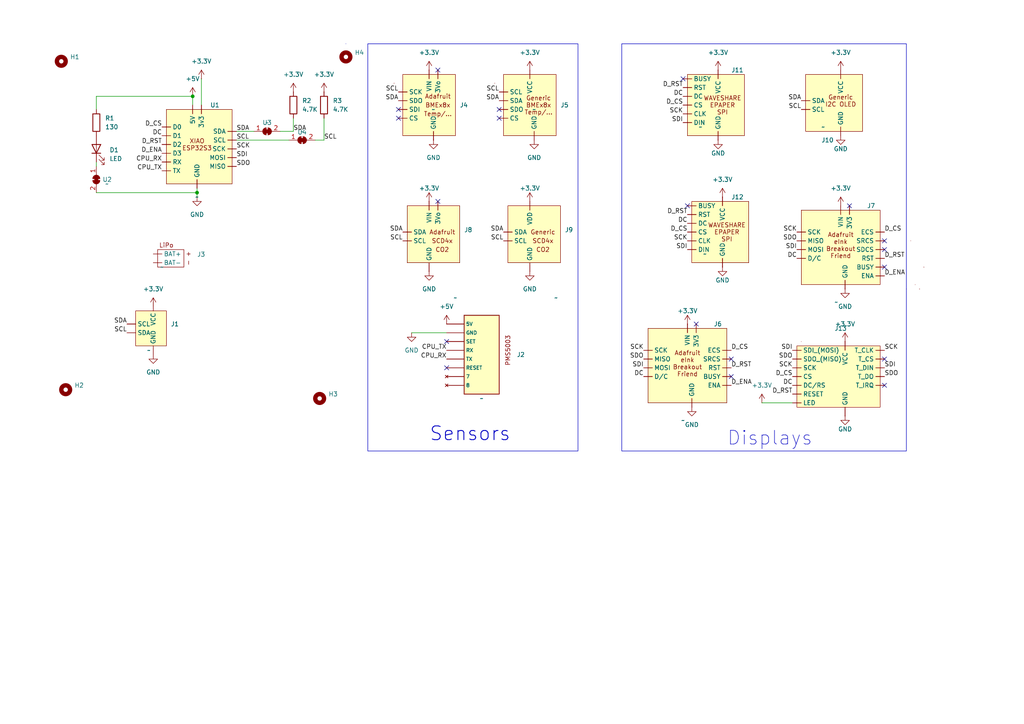
<source format=kicad_sch>
(kicad_sch (version 20231120) (generator "eeschema") (generator_version "8.0")
  (paper "A4")
  (title_block (title "BYO CO2 Monitor Prototype") (date "2024-07-22") (rev "0.2.0") (company "PDX Hackerspace / CETI Institute") (comment 1 "John Romkey"))
  (lib_symbols
    (symbol "1My Symbols:Waveshare_ePaper" (pin_numbers hide)
      (property "Reference" "J" (at 0 17.78 0))
      (symbol "Waveshare_ePaper_1_1"
        (rectangle (start -3.81 15.24) (end 12.7 -2.54) (fill (type background)))
        (text "WAVESHARE\nEPAPER\nSPI" (at 6.35 6.35 0) (effects (font (size 1.27 1.27))))
        (pin output line (at -5.08 13.97 0) (length 2.54) (name "BUSY") (number "1"))
        (pin input line (at -5.08 11.43 0) (length 2.54) (name "RST") (number "2"))
        (pin input line (at -5.08 8.89 0) (length 2.54) (name "DC") (number "3"))
        (pin input line (at -5.08 6.35 0) (length 2.54) (name "CS") (number "4"))
        (pin input line (at -5.08 3.81 0) (length 2.54) (name "CLK") (number "5"))
        (pin input line (at -5.08 1.27 0) (length 2.54) (name "DIN") (number "6"))
        (pin power_in line (at 5.08 -3.81 90) (length 2.54) (name "GND") (number "7"))
        (pin power_in line (at 5.08 16.51 270) (length 2.54) (name "VCC") (number "8"))
      )
    )
    (symbol "1mySymbols:Adafruit_BMEx8x_Breakout" (pin_numbers hide)
      (property "Reference" "J" (at 10.16 2.54 0))
      (symbol "Adafruit_BMEx8x_Breakout_1_1"
        (rectangle (start -11.43 7.62) (end -11.43 7.62))
        (rectangle (start -11.43 7.62) (end -11.43 7.62))
        (rectangle (start -8.89 10.16) (end 6.35 -7.62) (fill (type background)))
        (text "Adafruit" (at 1.27 3.81 0) (effects (font (size 1.27 1.27))))
        (text "BMEx8x" (at 1.27 1.27 0) (effects (font (size 1.27 1.27))))
        (text "Temp/..." (at 1.27 -1.27 0) (effects (font (size 1.27 1.27))))
        (pin power_in line (at -1.27 11.43 270) (length 2.54) (name "VIN") (number "1"))
        (pin power_out line (at 1.27 11.43 270) (length 2.54) (name "3Vo") (number "2"))
        (pin power_in line (at 0 -8.89 90) (length 2.54) (name "GND") (number "3"))
        (pin input line (at -10.16 5.08 0) (length 2.54) (name "SCK") (number "4"))
        (pin output line (at -10.16 2.54 0) (length 2.54) (name "SDO") (number "5"))
        (pin input line (at -10.16 0 0) (length 2.54) (name "SDI") (number "6"))
        (pin input line (at -10.16 -2.54 0) (length 2.54) (name "CS") (number "7"))
      )
    )
    (symbol "1mySymbols:Adafruit_SCD4x_Breakout" (pin_numbers hide)
      (property "Reference" "J" (at 2.54 19.05 0))
      (property "Footprint" "1myFootprints:Adafruit SCD4x Breakout" (at 0 0 0))
      (symbol "Adafruit_SCD4x_Breakout_1_1"
        (rectangle (start -13.97 26.67) (end 1.27 10.16) (fill (type background)))
        (text "Adafruit" (at -3.81 19.05 0) (effects (font (size 1.27 1.27))))
        (text "CO2" (at -3.81 13.97 0) (effects (font (size 1.27 1.27))))
        (text "SCD4x" (at -3.81 16.51 0) (effects (font (size 1.27 1.27))))
        (pin power_in line (at -7.62 27.94 270) (length 2.54) (name "VIN") (number "1"))
        (pin output line (at -5.08 27.94 270) (length 2.54) (name "3Vo") (number "2"))
        (pin power_in line (at -7.62 7.62 90) (length 2.54) (name "GND") (number "3"))
        (pin input line (at -15.24 16.51 0) (length 2.54) (name "SCL") (number "4"))
        (pin bidirectional line (at -15.24 19.05 0) (length 2.54) (name "SDA") (number "5"))
      )
    )
    (symbol "1mySymbols:Adafruit_eInk_Breakout_Friend" (pin_numbers hide)
      (property "Reference" "J" (at 0 0 0))
      (property "Footprint" "1myFootprints:Adafruit eInk Breakout Friend" (at 0 0 0))
      (symbol "Adafruit_eInk_Breakout_Friend_1_1"
        (rectangle (start -10.16 26.67) (end 12.7 5.08) (fill (type background)))
        (text "Adafruit\neInk\nBreakout\nFriend" (at 1.27 16.51 0) (effects (font (size 1.27 1.27))))
        (pin power_in line (at 1.27 27.94 270) (length 2.54) (name "VIN") (number "1"))
        (pin input line (at 13.97 15.24 180) (length 2.54) (name "RST") (number "10"))
        (pin input line (at 13.97 12.7 180) (length 2.54) (name "BUSY") (number "11"))
        (pin input line (at 13.97 10.16 180) (length 2.54) (name "ENA") (number "12"))
        (pin power_out line (at 3.81 27.94 270) (length 2.54) (name "3V3") (number "2"))
        (pin power_in line (at 2.54 3.81 90) (length 2.54) (name "GND") (number "3"))
        (pin input line (at -11.43 20.32 0) (length 2.54) (name "SCK") (number "4"))
        (pin output line (at -11.43 17.78 0) (length 2.54) (name "MISO") (number "5"))
        (pin input line (at -11.43 15.24 0) (length 2.54) (name "MOSI") (number "6"))
        (pin input line (at 13.97 20.32 180) (length 2.54) (name "ECS") (number "7"))
        (pin input line (at -11.43 12.7 0) (length 2.54) (name "D/C") (number "8"))
        (pin input line (at 13.97 17.78 180) (length 2.54) (name "SRCS") (number "9"))
      )
    )
    (symbol "1mySymbols:Adafruit_eInk_Breakout_GENERIC" (pin_numbers hide)
      (property "Reference" "J" (at 0 0 0))
      (property "Footprint" "1myFootprints:Adafruit eInk Breakout (GENERIC)" (at 0 0 0))
      (symbol "Adafruit_eInk_Breakout_GENERIC_1_1"
        (rectangle (start -10.16 26.67) (end 12.7 5.08) (fill (type background)))
        (text "Adafruit\neInk\nBreakout\nFriend" (at 1.27 16.51 0) (effects (font (size 1.27 1.27))))
        (pin power_in line (at 1.27 27.94 270) (length 2.54) (name "VIN") (number "1"))
        (pin input line (at 13.97 15.24 180) (length 2.54) (name "SDCS") (number "10"))
        (pin input line (at 13.97 12.7 180) (length 2.54) (name "RST") (number "11"))
        (pin input line (at 13.97 10.16 180) (length 2.54) (name "BUSY") (number "12"))
        (pin input line (at 13.97 7.62 180) (length 2.54) (name "ENA") (number "13"))
        (pin power_out line (at 3.81 27.94 270) (length 2.54) (name "3V3") (number "2"))
        (pin power_in line (at 2.54 3.81 90) (length 2.54) (name "GND") (number "3"))
        (pin input line (at -11.43 20.32 0) (length 2.54) (name "SCK") (number "4"))
        (pin output line (at -11.43 17.78 0) (length 2.54) (name "MISO") (number "5"))
        (pin input line (at -11.43 15.24 0) (length 2.54) (name "MOSI") (number "6"))
        (pin input line (at 13.97 20.32 180) (length 2.54) (name "ECS") (number "7"))
        (pin input line (at -11.43 12.7 0) (length 2.54) (name "D/C") (number "8"))
        (pin input line (at 13.97 17.78 180) (length 2.54) (name "SRCS") (number "9"))
      )
    )
    (symbol "1mySymbols:Generic_BMEx8x_Breakout" (pin_numbers hide)
      (property "Reference" "J" (at 10.16 2.54 0))
      (symbol "Generic_BMEx8x_Breakout_1_1"
        (rectangle (start -11.43 7.62) (end -11.43 7.62))
        (rectangle (start -11.43 7.62) (end -11.43 7.62))
        (rectangle (start -8.89 10.16) (end 6.35 -7.62) (fill (type background)))
        (text "Generic\nBMEx8x\nTemp/..." (at 1.27 1.27 0) (effects (font (size 1.27 1.27))))
        (pin power_in line (at -1.27 11.43 270) (length 2.54) (name "VCC") (number "1"))
        (pin power_in line (at 0 -8.89 90) (length 2.54) (name "GND") (number "2"))
        (pin input line (at -10.16 5.08 0) (length 2.54) (name "SCL") (number "3"))
        (pin bidirectional line (at -10.16 2.54 0) (length 2.54) (name "SDA") (number "4"))
        (pin input line (at -10.16 0 0) (length 2.54) (name "SDO") (number "5"))
        (pin input line (at -10.16 -2.54 0) (length 2.54) (name "CS") (number "6"))
      )
    )
    (symbol "1mySymbols:Generic_I2C_OLED" (pin_numbers hide)
      (property "Reference" "J" (at 1.27 -3.81 0))
      (symbol "Generic_I2C_OLED_1_1"
        (rectangle (start -5.08 15.24) (end 11.43 -1.27) (fill (type background)))
        (text "Generic\nI2C OLED" (at 5.08 7.62 0) (effects (font (size 1.27 1.27))))
        (pin input line (at -6.35 7.62 0) (length 2.54) (name "SDA") (number "1"))
        (pin input line (at -6.35 5.08 0) (length 2.54) (name "SCL") (number "2"))
        (pin power_in line (at 5.08 -2.54 90) (length 2.54) (name "GND") (number "3"))
        (pin power_in line (at 5.08 16.51 270) (length 2.54) (name "VCC") (number "4"))
      )
    )
    (symbol "1mySymbols:Generic_SCD4x_Breakout" (pin_numbers hide)
      (property "Reference" "J" (at 2.54 19.05 0))
      (property "Footprint" "1myFootprints:Generic SCD4x Breakout" (at 0 0 0))
      (symbol "Generic_SCD4x_Breakout_1_1"
        (rectangle (start -13.97 26.67) (end 1.27 10.16) (fill (type background)))
        (text "CO2" (at -3.81 13.97 0) (effects (font (size 1.27 1.27))))
        (text "Generic" (at -3.81 19.05 0) (effects (font (size 1.27 1.27))))
        (text "SCD4x" (at -3.81 16.51 0) (effects (font (size 1.27 1.27))))
        (pin power_in line (at -7.62 7.62 90) (length 2.54) (name "GND") (number "1"))
        (pin power_in line (at -7.62 27.94 270) (length 2.54) (name "VDD") (number "2"))
        (pin input line (at -15.24 16.51 0) (length 2.54) (name "SCL") (number "3"))
        (pin bidirectional line (at -15.24 19.05 0) (length 2.54) (name "SDA") (number "4"))
      )
    )
    (symbol "1mySymbols:LiPo_Connector" (pin_numbers hide)
      (property "Reference" "J" (at 0 -1.27 0))
      (symbol "LiPo_Connector_0_1"
        (rectangle (start -1.27 5.08) (end 6.35 0))
      )
      (symbol "LiPo_Connector_1_1"
        (text "+" (at 7.62 3.81 900) (effects (font (size 1.27 1.27))))
        (text "-" (at 7.62 1.27 900) (effects (font (size 1.27 1.27))))
        (text "LiPo" (at 1.27 6.35 0) (effects (font (size 1.27 1.27))))
        (pin bidirectional line (at -2.54 1.27 0) (length 2.54) (name "BAT-") (number "1"))
        (pin bidirectional line (at -2.54 3.81 0) (length 2.54) (name "BAT+") (number "2"))
      )
    )
    (symbol "1mySymbols:PMS5003_Connector" (pin_numbers hide)
      (property "Reference" "J" (at 0 26.67 0))
      (symbol "PMS5003_Connector_0_0"
        (rectangle (start -5.08 1.27) (end 5.08 24.13) (stroke (width 0.254)) (fill (type background)))
      )
      (symbol "PMS5003_Connector_1_0"
        (pin power_in line (at -10.16 21.59 0) (length 5.08) (name "5V") (number "1"))
        (pin power_in line (at -10.16 19.05 0) (length 5.08) (name "GND") (number "2"))
        (pin input line (at -10.16 16.51 0) (length 5.08) (name "SET") (number "3"))
        (pin input line (at -10.16 13.97 0) (length 5.08) (name "RX") (number "4"))
        (pin output line (at -10.16 11.43 0) (length 5.08) (name "TX") (number "5"))
        (pin input line (at -10.16 8.89 0) (length 5.08) (name "RESET") (number "6"))
        (pin no_connect line (at -10.16 6.35 0) (length 5.08) (name "7") (number "7"))
        (pin no_connect line (at -10.16 3.81 0) (length 5.08) (name "8") (number "8"))
      )
      (symbol "PMS5003_Connector_1_1"
        (text "PMS5003" (at 7.62 13.97 900) (effects (font (size 1.27 1.27))))
      )
    )
    (symbol "1mySymbols:SPI_TFT_Touch" (pin_numbers hide)
      (property "Reference" "U" (at 0 12.7 0))
      (symbol "SPI_TFT_Touch_0_1"
        (rectangle (start -11.43 8.89) (end -11.43 8.89))
        (rectangle (start 19.05 24.13) (end 19.05 24.13))
        (rectangle (start 20.32 38.1) (end 20.32 38.1))
        (rectangle (start 21.59 25.4) (end 21.59 25.4))
        (rectangle (start 22.86 24.13) (end 22.86 24.13))
        (rectangle (start 22.86 24.13) (end 22.86 24.13))
        (rectangle (start 24.13 30.48) (end 24.13 30.48))
        (rectangle (start 24.13 30.48) (end 24.13 30.48))
      )
      (symbol "SPI_TFT_Touch_1_1"
        (rectangle (start -12.7 7.62) (end 11.43 -10.16) (fill (type background)))
        (pin power_in line (at 1.27 8.89 270) (length 2.54) (name "VCC") (number "1"))
        (pin input line (at 12.7 6.35 180) (length 2.54) (name "T_CLK") (number "10"))
        (pin input line (at 12.7 3.81 180) (length 2.54) (name "T_CS") (number "11"))
        (pin input line (at 12.7 1.27 180) (length 2.54) (name "T_DIN") (number "12"))
        (pin output line (at 12.7 -1.27 180) (length 2.54) (name "T_DO") (number "13"))
        (pin output line (at 12.7 -3.81 180) (length 2.54) (name "T_IRQ") (number "14"))
        (pin power_in line (at 1.27 -12.7 90) (length 2.54) (name "GND") (number "2"))
        (pin input line (at -13.97 -1.27 0) (length 2.54) (name "CS") (number "3"))
        (pin input line (at -13.97 -6.35 0) (length 2.54) (name "RESET") (number "4"))
        (pin input line (at -13.97 -3.81 0) (length 2.54) (name "DC/RS") (number "5"))
        (pin input line (at -13.97 6.35 0) (length 2.54) (name "SDI_(MOSI)") (number "6"))
        (pin input line (at -13.97 1.27 0) (length 2.54) (name "SCK") (number "7"))
        (pin input line (at -13.97 -8.89 0) (length 2.54) (name "LED") (number "8"))
        (pin output line (at -13.97 3.81 0) (length 2.54) (name "SDO_(MISO)") (number "9"))
      )
    )
    (symbol "1mySymbols:STEMMA_QT/Qwiic" (pin_numbers hide)
      (property "Reference" "J" (at 0 15.24 0))
      (property "Footprint" "Connector_JST:JST_SH_SM04B-SRSS-TB_1x04-1MP_P1.00mm_Horizontal" (at 0 -2.54 0))
      (symbol "STEMMA_QT/Qwiic_1_1"
        (rectangle (start -3.81 11.43) (end 5.08 1.27) (fill (type background)))
        (pin power_in line (at 1.27 -1.27 90) (length 2.54) (name "GND") (number "1"))
        (pin power_in line (at 1.27 13.97 270) (length 2.54) (name "VCC") (number "2"))
        (pin bidirectional line (at -6.35 5.08 0) (length 2.54) (name "SDA") (number "3"))
        (pin input line (at -6.35 7.62 0) (length 2.54) (name "SCL") (number "4"))
      )
    )
    (symbol "1mySymbols:Xiao_ESP32S3" (pin_numbers hide)
      (property "Reference" "U" (at 0 30.48 0))
      (property "Datasheet" "https://wiki.seeedstudio.com/xiao_esp32s3_getting_started/" (at 0 0 0))
      (symbol "Xiao_ESP32S3_1_1"
        (rectangle (start -8.89 25.4) (end 10.16 3.81) (fill (type background)))
        (text "XIAO\nESP32S3" (at 0 15.24 0) (effects (font (size 1.27 1.27))))
        (pin bidirectional line (at -10.16 20.32 0) (length 2.54) (name "D0") (number "1"))
        (pin input line (at 11.43 8.89 180) (length 2.54) (name "MISO") (number "10"))
        (pin output line (at 11.43 11.43 180) (length 2.54) (name "MOSI") (number "11"))
        (pin output line (at 1.27 26.67 270) (length 2.54) (name "3v3") (number "12"))
        (pin power_out line (at 0 2.54 90) (length 2.54) (name "GND") (number "13"))
        (pin power_out line (at -1.27 26.67 270) (length 2.54) (name "5V") (number "14"))
        (pin bidirectional line (at -10.16 17.78 0) (length 2.54) (name "D1") (number "2"))
        (pin bidirectional line (at -10.16 15.24 0) (length 2.54) (name "D2") (number "3"))
        (pin bidirectional line (at -10.16 12.7 0) (length 2.54) (name "D3") (number "4"))
        (pin bidirectional line (at 11.43 19.05 180) (length 2.54) (name "SDA") (number "5"))
        (pin output line (at 11.43 16.51 180) (length 2.54) (name "SCL") (number "6"))
        (pin output line (at -10.16 7.62 0) (length 2.54) (name "TX") (number "7"))
        (pin input line (at -10.16 10.16 0) (length 2.54) (name "RX") (number "8"))
        (pin output line (at 11.43 13.97 180) (length 2.54) (name "SCK") (number "9"))
      )
    )
    (symbol "Device:LED" (pin_numbers hide) (pin_names (offset 1.016) hide)
      (property "Reference" "D" (at 0 2.54 0))
      (property "Value" "LED" (at 0 -2.54 0))
      (symbol "LED_0_1"
        (polyline (pts (xy -1.27 -1.27) (xy -1.27 1.27)) (stroke (width 0.254)))
        (polyline (pts (xy -1.27 0) (xy 1.27 0)))
        (polyline (pts (xy 1.27 -1.27) (xy 1.27 1.27) (xy -1.27 0) (xy 1.27 -1.27)) (stroke (width 0.254)))
        (polyline (pts (xy -3.048 -0.762) (xy -4.572 -2.286) (xy -3.81 -2.286) (xy -4.572 -2.286) (xy -4.572 -1.524)))
        (polyline (pts (xy -1.778 -0.762) (xy -3.302 -2.286) (xy -2.54 -2.286) (xy -3.302 -2.286) (xy -3.302 -1.524)))
      )
      (symbol "LED_1_1"
        (pin passive line (at -3.81 0 0) (length 2.54) (name "K") (number "1"))
        (pin passive line (at 3.81 0 180) (length 2.54) (name "A") (number "2"))
      )
    )
    (symbol "Device:R" (pin_numbers hide) (pin_names (offset 0))
      (property "Reference" "R" (at 2.032 0 90))
      (property "Value" "R" (at 0 0 90))
      (symbol "R_0_1"
        (rectangle (start -1.016 -2.54) (end 1.016 2.54) (stroke (width 0.254)))
      )
      (symbol "R_1_1"
        (pin passive line (at 0 3.81 270) (length 1.27) (name "~") (number "1"))
        (pin passive line (at 0 -3.81 90) (length 1.27) (name "~") (number "2"))
      )
    )
    (symbol "Jumper:SolderJumper_2_Bridged" (pin_names (offset 0) hide)
      (property "Reference" "JP" (at 0 2.032 0))
      (property "Value" "SolderJumper_2_Bridged" (at 0 -2.54 0))
      (symbol "SolderJumper_2_Bridged_0_1"
        (rectangle (start -0.508 0.508) (end 0.508 -0.508) (fill (type outline)))
        (arc (start -0.254 1.016) (mid -1.2656 0) (end -0.254 -1.016))
        (arc (start -0.254 1.016) (mid -1.2656 0) (end -0.254 -1.016) (fill (type outline)))
        (polyline (pts (xy -0.254 1.016) (xy -0.254 -1.016)))
        (polyline (pts (xy 0.254 1.016) (xy 0.254 -1.016)))
        (arc (start 0.254 -1.016) (mid 1.2656 0) (end 0.254 1.016))
        (arc (start 0.254 -1.016) (mid 1.2656 0) (end 0.254 1.016) (fill (type outline)))
      )
      (symbol "SolderJumper_2_Bridged_1_1"
        (pin passive line (at -3.81 0 0) (length 2.54) (name "A") (number "1"))
        (pin passive line (at 3.81 0 180) (length 2.54) (name "B") (number "2"))
      )
    )
    (symbol "Mechanical:MountingHole" (pin_names (offset 1.016))
      (property "Reference" "H" (at 0 5.08 0))
      (property "Value" "MountingHole" (at 0 3.175 0))
      (symbol "MountingHole_0_1"
        (circle (center 0 0) (radius 1.27) (stroke (width 1.27)))
      )
    )
    (symbol "MountingHole_1" (pin_numbers hide) (pin_names (offset 1.016) hide)
      (property "Reference" "H" (at 0 5.08 0))
      (property "Value" "MountingHole" (at 0 3.175 0))
      (symbol "MountingHole_1_0_1"
        (circle (center 0 0) (radius 1.27) (stroke (width 1.27)))
      )
    )
    (symbol "power:+3.3V" (power) (pin_numbers hide) (pin_names (offset 0) hide)
      (property "Value" "+3.3V" (at 0 3.556 0))
      (symbol "+3.3V_0_1"
        (polyline (pts (xy -0.762 1.27) (xy 0 2.54)))
        (polyline (pts (xy 0 0) (xy 0 2.54)))
        (polyline (pts (xy 0 2.54) (xy 0.762 1.27)))
      )
      (symbol "+3.3V_1_1"
        (pin power_in line (at 0 0 90) (length 0) (name "~") (number "1"))
      )
    )
    (symbol "power:+5V" (power) (pin_numbers hide) (pin_names (offset 0) hide)
      (property "Value" "+5V" (at 0 3.556 0))
      (symbol "+5V_0_1"
        (polyline (pts (xy -0.762 1.27) (xy 0 2.54)))
        (polyline (pts (xy 0 0) (xy 0 2.54)))
        (polyline (pts (xy 0 2.54) (xy 0.762 1.27)))
      )
      (symbol "+5V_1_1"
        (pin power_in line (at 0 0 90) (length 0) (name "~") (number "1"))
      )
    )
    (symbol "power:GND" (power) (pin_numbers hide) (pin_names (offset 0) hide)
      (property "Value" "GND" (at 0 -3.81 0))
      (symbol "GND_0_1"
        (polyline (pts (xy 0 0) (xy 0 -1.27) (xy 1.27 -1.27) (xy 0 -2.54) (xy -1.27 -1.27) (xy 0 -1.27)))
      )
      (symbol "GND_1_1"
        (pin power_in line (at 0 0 270) (length 0) (name "~") (number "1"))
      )
    )
  )
  (junction (at 57.15 55.88))
  (junction (at 55.88 27.94))
  (no_connect (at 127 58.42))
  (no_connect (at 256.54 104.14))
  (no_connect (at 212.09 109.22))
  (no_connect (at 129.54 106.68))
  (no_connect (at 212.09 104.14))
  (no_connect (at 201.93 93.98))
  (no_connect (at 256.54 72.39))
  (no_connect (at 246.38 59.69))
  (no_connect (at 144.78 34.29))
  (no_connect (at 199.39 59.69))
  (no_connect (at 256.54 69.85))
  (no_connect (at 115.57 31.75))
  (no_connect (at 256.54 111.76))
  (no_connect (at 127 20.32))
  (no_connect (at 129.54 99.06))
  (no_connect (at 115.57 34.29))
  (no_connect (at 144.78 31.75))
  (no_connect (at 198.12 22.86))
  (no_connect (at 256.54 77.47))
  (wire (pts (xy 68.58 38.1) (xy 73.66 38.1)))
  (wire (pts (xy 27.94 27.94) (xy 27.94 31.75)))
  (wire (pts (xy 27.94 46.99) (xy 27.94 48.26)))
  (wire (pts (xy 85.09 34.29) (xy 85.09 38.1)))
  (wire (pts (xy 81.28 38.1) (xy 85.09 38.1)))
  (wire (pts (xy 44.45 88.9) (xy 44.45 87.63)))
  (wire (pts (xy 91.44 40.64) (xy 93.98 40.64)))
  (wire (pts (xy 57.15 55.88) (xy 57.15 54.61)))
  (wire (pts (xy 27.94 27.94) (xy 55.88 27.94)))
  (wire (pts (xy 220.98 116.84) (xy 229.87 116.84)))
  (wire (pts (xy 58.42 22.86) (xy 58.42 30.48)))
  (wire (pts (xy 68.58 40.64) (xy 83.82 40.64)))
  (wire (pts (xy 57.15 57.15) (xy 57.15 55.88)))
  (wire (pts (xy 55.88 27.94) (xy 55.88 30.48)))
  (wire (pts (xy 93.98 34.29) (xy 93.98 40.64)))
  (wire (pts (xy 27.94 55.88) (xy 57.15 55.88)))
  (wire (pts (xy 119.38 96.52) (xy 129.54 96.52)))
  (rectangle (start 180.34 12.7) (end 262.89 130.81))
  (rectangle (start 106.68 12.7) (end 167.64 130.81))
  (rectangle (start 100.33 12.7) (end 100.33 12.7))
  (text "Sensors" (at 124.46 128.27 0) (effects (font (size 4 4) (thickness 0.254) (bold yes)) (justify left bottom)))
  (text "Displays" (at 210.82 129.54 0) (effects (font (size 4 4)) (justify left bottom)))
  (label "SDA" (at 115.57 29.21 180))
  (label "SDI" (at 198.12 35.56 180))
  (label "D_RST" (at 198.12 25.4 180))
  (label "SCL" (at 93.98 40.64 0))
  (label "SCK" (at 68.58 43.18 0))
  (label "DC" (at 198.12 27.94 180))
  (label "CPU_TX" (at 129.54 101.6 180))
  (label "SDA" (at 68.58 38.1 0))
  (label "D_RST" (at 46.99 41.91 180))
  (label "SDI" (at 256.54 106.68 0))
  (label "SCL" (at 115.57 26.67 180))
  (label "SCK" (at 231.14 67.31 180))
  (label "SCL" (at 68.58 40.64 0))
  (label "SCK" (at 256.54 101.6 0))
  (label "SDO" (at 186.69 104.14 180))
  (label "SDO" (at 231.14 69.85 180))
  (label "SCL" (at 116.84 69.85 180))
  (label "DC" (at 231.14 74.93 180))
  (label "SDI" (at 231.14 72.39 180))
  (label "DC" (at 229.87 111.76 180))
  (label "SCK" (at 198.12 33.02 180))
  (label "D_RST" (at 256.54 74.93 0))
  (label "D_CS" (at 256.54 67.31 0))
  (label "SDO" (at 68.58 48.26 0))
  (label "CPU_RX" (at 46.99 46.99 180))
  (label "SDO" (at 229.87 104.14 180))
  (label "D_CS" (at 212.09 101.6 0))
  (label "SDA" (at 85.09 38.1 0))
  (label "SDA" (at 232.41 29.21 180))
  (label "CPU_TX" (at 46.99 49.53 180))
  (label "D_CS" (at 46.99 36.83 180))
  (label "D_ENA" (at 256.54 80.01 0))
  (label "D_RST" (at 199.39 62.23 180))
  (label "SDI" (at 68.58 45.72 0))
  (label "DC" (at 199.39 64.77 180))
  (label "SCK" (at 199.39 69.85 180))
  (label "SDA" (at 116.84 67.31 180))
  (label "SDI" (at 229.87 101.6 180))
  (label "D_RST" (at 229.87 114.3 180))
  (label "SCK" (at 186.69 101.6 180))
  (label "CPU_RX" (at 129.54 104.14 180))
  (label "SDO" (at 256.54 109.22 0))
  (label "D_ENA" (at 46.99 44.45 180))
  (label "SCK" (at 229.87 106.68 180))
  (label "DC" (at 186.69 109.22 180))
  (label "SDA" (at 144.78 29.21 180))
  (label "SCL" (at 146.05 69.85 180))
  (label "D_CS" (at 198.12 30.48 180))
  (label "DC" (at 46.99 39.37 180))
  (label "SDA" (at 146.05 67.31 180))
  (label "SDA" (at 36.83 93.98 180))
  (label "SCL" (at 36.83 96.52 180))
  (label "D_CS" (at 229.87 109.22 180))
  (label "D_RST" (at 212.09 106.68 0))
  (label "SCL" (at 232.41 31.75 180))
  (label "SDI" (at 186.69 106.68 180))
  (label "SCL" (at 144.78 26.67 180))
  (label "D_ENA" (at 212.09 111.76 0))
  (label "D_CS" (at 199.39 67.31 180))
  (label "SDI" (at 199.39 72.39 180))
  (symbol (lib_id "power:GND") (at 243.84 39.37 0) (unit 1)
    (property "Reference" "#PWR026" (effects (hide yes)))
    (property "Value" "GND" (at 243.84 43.18 0))
    (property "Description" "Power symbol creates a global label with name \"GND\" , ground" (effects (hide yes)))
  )
  (symbol (lib_id "1mySymbols:LiPo_Connector") (at 46.99 77.47 0) (unit 1)
    (property "Reference" "J3" (at 57.15 73.7842 0) (effects (justify left)))
    (property "Value" "~" (at 46.99 77.47 0))
    (property "Footprint" "1myFootprints:LiPo Connector" (effects (hide yes)))
  )
  (symbol (lib_name "MountingHole_1") (lib_id "Mechanical:MountingHole") (at 100.33 16.51 0) (unit 1)
    (property "Reference" "H4" (at 102.87 15.24 0) (effects (justify left)))
    (property "Value" "MountingHole" (effects (hide yes)))
    (property "Footprint" "MountingHole:MountingHole_2.7mm_M2.5" (effects (hide yes)))
  )
  (symbol (lib_id "power:+3.3V") (at 209.55 57.15 0) (unit 1)
    (property "Reference" "#PWR022" (effects (hide yes)))
    (property "Value" "+3.3V" (at 209.55 52.07 0))
    (property "Description" "Power symbol creates a global label with name \"+3.3V\"" (effects (hide yes)))
  )
  (symbol (lib_id "power:+5V") (at 129.54 93.98 0) (unit 1)
    (property "Reference" "#PWR013" (effects (hide yes)))
    (property "Value" "+5V" (at 129.54 88.9 0))
    (property "Description" "Power symbol creates a global label with name \"+5V\"" (effects (hide yes)))
  )
  (symbol (lib_id "Jumper:SolderJumper_2_Bridged") (at 77.47 38.1 0) (unit 1)
    (property "Reference" "U3" (at 77.47 35.56 0))
    (property "Value" "~" (at 77.47 35.56 0))
    (property "Footprint" "Jumper:SolderJumper-2_P1.3mm_Bridged_RoundedPad1.0x1.5mm" (effects (hide yes)))
  )
  (symbol (lib_id "Device:LED") (at 27.94 43.18 90) (unit 1)
    (property "Reference" "D1" (at 31.75 43.4975 90) (effects (justify right)))
    (property "Value" "LED" (at 31.75 46.0375 90) (effects (justify right)))
    (property "Footprint" "LED_THT:LED_D3.0mm" (effects (hide yes)))
  )
  (symbol (lib_id "Device:R") (at 27.94 35.56 0) (unit 1)
    (property "Reference" "R1" (at 30.48 34.29 0) (effects (justify left)))
    (property "Value" "130" (at 30.48 36.83 0) (effects (justify left)))
    (property "Footprint" "Resistor_THT:R_Axial_DIN0207_L6.3mm_D2.5mm_P7.62mm_Horizontal" (effects (hide yes)))
  )
  (symbol (lib_id "power:+3.3V") (at 93.98 26.67 0) (unit 1)
    (property "Reference" "#PWR07" (effects (hide yes)))
    (property "Value" "+3.3V" (at 93.98 21.59 0))
    (property "Description" "Power symbol creates a global label with name \"+3.3V\"" (effects (hide yes)))
  )
  (symbol (lib_id "1My Symbols:Waveshare_ePaper") (at 204.47 73.66 0) (unit 1)
    (property "Reference" "J12" (at 212.09 57.15 0) (effects (justify left)))
    (property "Value" "~" (at 204.47 73.66 0))
    (property "Footprint" "1myFootprints:Waveshare ePaper SPI JST" (effects (hide yes)))
  )
  (symbol (lib_id "power:+3.3V") (at 243.84 20.32 0) (unit 1)
    (property "Reference" "#PWR025" (effects (hide yes)))
    (property "Value" "+3.3V" (at 243.84 15.24 0))
    (property "Description" "Power symbol creates a global label with name \"+3.3V\"" (effects (hide yes)))
  )
  (symbol (lib_id "1mySymbols:Generic_SCD4x_Breakout") (at 161.29 86.36 0) (unit 1)
    (property "Reference" "J9" (at 163.83 66.675 0) (effects (justify left)))
    (property "Value" "~" (at 161.29 86.36 0))
    (property "Footprint" "1myFootprints:Generic SCD4x Breakout" (effects (hide yes)))
  )
  (symbol (lib_id "1mySymbols:Generic_I2C_OLED") (at 238.76 36.83 0) (unit 1)
    (property "Reference" "J10" (at 240.03 40.64 0))
    (property "Value" "~" (at 238.76 36.83 0))
    (property "Footprint" "1myFootprints:Generic I2C OLED" (effects (hide yes)))
  )
  (symbol (lib_id "1mySymbols:Adafruit_SCD4x_Breakout") (at 132.08 86.36 0) (unit 1)
    (property "Reference" "J8" (at 134.62 66.675 0) (effects (justify left)))
    (property "Value" "~" (at 132.08 86.36 0))
    (property "Footprint" "1myFootprints:Adafruit SCD4x Breakout" (effects (hide yes)))
  )
  (symbol (lib_id "Device:R") (at 85.09 30.48 0) (unit 1)
    (property "Reference" "R2" (at 87.63 29.21 0) (effects (justify left)))
    (property "Value" "4.7K" (at 87.63 31.75 0) (effects (justify left)))
    (property "Footprint" "Resistor_THT:R_Axial_DIN0207_L6.3mm_D2.5mm_P7.62mm_Horizontal" (effects (hide yes)))
  )
  (symbol (lib_id "power:+3.3V") (at 58.42 22.86 0) (unit 1)
    (property "Reference" "#PWR05" (effects (hide yes)))
    (property "Value" "+3.3V" (at 58.42 17.78 0))
    (property "Description" "Power symbol creates a global label with name \"+3.3V\"" (effects (hide yes)))
  )
  (symbol (lib_id "power:GND") (at 208.28 40.64 0) (unit 1)
    (property "Reference" "#PWR021" (effects (hide yes)))
    (property "Value" "GND" (at 208.28 44.45 0))
    (property "Description" "Power symbol creates a global label with name \"GND\" , ground" (effects (hide yes)))
  )
  (symbol (lib_id "power:+3.3V") (at 44.45 88.9 0) (unit 1)
    (property "Reference" "#PWR01" (effects (hide yes)))
    (property "Value" "+3.3V" (at 44.45 83.82 0))
    (property "Description" "Power symbol creates a global label with name \"+3.3V\"" (effects (hide yes)))
  )
  (symbol (lib_id "Mechanical:MountingHole") (at 17.78 17.78 0) (unit 1)
    (property "Reference" "H1" (at 20.32 16.51 0) (effects (justify left)))
    (property "Value" "MountingHole" (effects (hide yes)))
    (property "Footprint" "MountingHole:MountingHole_2.7mm_M2.5" (effects (hide yes)))
  )
  (symbol (lib_id "power:+3.3V") (at 245.11 99.06 0) (unit 1)
    (property "Reference" "#PWR029" (effects (hide yes)))
    (property "Value" "+3.3V" (at 245.11 93.98 0))
    (property "Description" "Power symbol creates a global label with name \"+3.3V\"" (effects (hide yes)))
  )
  (symbol (lib_id "power:GND") (at 209.55 77.47 0) (unit 1)
    (property "Reference" "#PWR023" (effects (hide yes)))
    (property "Value" "GND" (at 209.55 81.28 0))
    (property "Description" "Power symbol creates a global label with name \"GND\" , ground" (effects (hide yes)))
  )
  (symbol (lib_id "power:+3.3V") (at 243.84 59.69 0) (unit 1)
    (property "Reference" "#PWR027" (effects (hide yes)))
    (property "Value" "+3.3V" (at 243.84 54.61 0))
    (property "Description" "Power symbol creates a global label with name \"+3.3V\"" (effects (hide yes)))
  )
  (symbol (lib_id "Device:R") (at 93.98 30.48 0) (unit 1)
    (property "Reference" "R3" (at 96.52 29.21 0) (effects (justify left)))
    (property "Value" "4.7K" (at 96.52 31.75 0) (effects (justify left)))
    (property "Footprint" "Resistor_THT:R_Axial_DIN0207_L6.3mm_D2.5mm_P7.62mm_Horizontal" (effects (hide yes)))
  )
  (symbol (lib_id "power:GND") (at 200.66 118.11 0) (unit 1)
    (property "Reference" "#PWR019" (effects (hide yes)))
    (property "Value" "GND" (at 200.66 123.19 0))
    (property "Description" "Power symbol creates a global label with name \"GND\" , ground" (effects (hide yes)))
  )
  (symbol (lib_id "power:GND") (at 153.67 78.74 0) (unit 1)
    (property "Reference" "#PWR016" (effects (hide yes)))
    (property "Value" "GND" (at 153.67 83.82 0))
    (property "Description" "Power symbol creates a global label with name \"GND\" , ground" (effects (hide yes)))
  )
  (symbol (lib_id "1mySymbols:Adafruit_eInk_Breakout_Friend") (at 198.12 121.92 0) (unit 1)
    (property "Reference" "J6" (at 207.01 93.98 0) (effects (justify left)))
    (property "Value" "~" (at 198.12 121.92 0))
    (property "Footprint" "1myFootprints:Adafruit eInk Breakout Friend" (effects (hide yes)))
    (property "Datasheet" "https://www.adafruit.com/product/4224" (effects (hide yes)))
  )
  (symbol (lib_id "Jumper:SolderJumper_2_Bridged") (at 27.94 52.07 270) (unit 1)
    (property "Reference" "U2" (at 29.718 52.07 90) (effects (justify left)))
    (property "Value" "~" (at 30.48 53.34 90) (effects (justify left)))
    (property "Footprint" "Jumper:SolderJumper-2_P1.3mm_Bridged_RoundedPad1.0x1.5mm" (effects (hide yes)))
  )
  (symbol (lib_id "power:+3.3V") (at 124.46 58.42 0) (unit 1)
    (property "Reference" "#PWR010" (effects (hide yes)))
    (property "Value" "+3.3V" (at 124.46 54.61 0))
    (property "Description" "Power symbol creates a global label with name \"+3.3V\"" (effects (hide yes)))
  )
  (symbol (lib_id "power:GND") (at 245.11 120.65 0) (unit 1)
    (property "Reference" "#PWR030" (effects (hide yes)))
    (property "Value" "GND" (at 245.11 124.46 0))
    (property "Description" "Power symbol creates a global label with name \"GND\" , ground" (effects (hide yes)))
  )
  (symbol (lib_id "1My Symbols:Waveshare_ePaper") (at 203.2 36.83 0) (unit 1)
    (property "Reference" "J11" (at 212.09 20.32 0) (effects (justify left)))
    (property "Value" "~" (at 203.2 36.83 0))
    (property "Footprint" "1myFootprints:Wavshare ePaper SPI" (effects (hide yes)))
  )
  (symbol (lib_id "1mySymbols:Adafruit_BMEx8x_Breakout") (at 125.73 31.75 0) (unit 1)
    (property "Reference" "J4" (at 133.35 30.48 0) (effects (justify left)))
    (property "Value" "~" (at 125.73 31.75 0))
    (property "Footprint" "1myFootprints:Adafruit BMx8x Breakout" (effects (hide yes)))
  )
  (symbol (lib_id "1mySymbols:Generic_BMEx8x_Breakout") (at 154.94 31.75 0) (unit 1)
    (property "Reference" "J5" (at 162.56 30.48 0) (effects (justify left)))
    (property "Value" "~" (at 154.94 31.75 0))
    (property "Footprint" "1myFootprints:Generic BMx8x Breakout" (effects (hide yes)))
  )
  (symbol (lib_id "power:GND") (at 125.73 40.64 0) (unit 1)
    (property "Reference" "#PWR012" (effects (hide yes)))
    (property "Value" "GND" (at 125.73 45.72 0))
    (property "Description" "Power symbol creates a global label with name \"GND\" , ground" (effects (hide yes)))
  )
  (symbol (lib_id "1mySymbols:STEMMA_QT/Qwiic") (at 43.18 101.6 0) (unit 1)
    (property "Reference" "J1" (at 49.53 93.98 0) (effects (justify left)))
    (property "Value" "~" (at 43.18 101.6 0))
    (property "Footprint" "Connector_JST:JST_SH_SM04B-SRSS-TB_1x04-1MP_P1.00mm_Horizontal" (effects (hide yes)))
    (property "Datasheet" "https://learn.adafruit.com/introducing-adafruit-stemma-qt/what-is-stemma-qt" (effects (hide yes)))
  )
  (symbol (lib_id "power:+3.3V") (at 153.67 20.32 0) (unit 1)
    (property "Reference" "#PWR014" (effects (hide yes)))
    (property "Value" "+3.3V" (at 153.67 15.24 0))
    (property "Description" "Power symbol creates a global label with name \"+3.3V\"" (effects (hide yes)))
  )
  (symbol (lib_id "1mySymbols:PMS5003_Connector") (at 139.7 115.57 0) (unit 1)
    (property "Reference" "J2" (at 149.86 102.87 0) (effects (justify left)))
    (property "Value" "~" (at 139.7 115.57 0))
    (property "Footprint" "1myFootprints:PMS5003 Connector" (effects (hide yes)))
    (property "Datasheet" "https://www.digikey.jp/htmldatasheets/production/2903006/0/0/1/pms5003-series-manual.html" (effects (hide yes)))
  )
  (symbol (lib_id "power:+3.3V") (at 153.67 58.42 0) (unit 1)
    (property "Reference" "#PWR015" (effects (hide yes)))
    (property "Value" "+3.3V" (at 153.67 54.61 0))
    (property "Description" "Power symbol creates a global label with name \"+3.3V\"" (effects (hide yes)))
  )
  (symbol (lib_id "power:GND") (at 44.45 102.87 0) (unit 1)
    (property "Reference" "#PWR02" (effects (hide yes)))
    (property "Value" "GND" (at 44.45 107.95 0))
    (property "Description" "Power symbol creates a global label with name \"GND\" , ground" (effects (hide yes)))
  )
  (symbol (lib_id "power:GND") (at 124.46 78.74 0) (unit 1)
    (property "Reference" "#PWR011" (effects (hide yes)))
    (property "Value" "GND" (at 124.46 83.82 0))
    (property "Description" "Power symbol creates a global label with name \"GND\" , ground" (effects (hide yes)))
  )
  (symbol (lib_id "1mySymbols:SPI_TFT_Touch") (at 243.84 107.95 0) (unit 1)
    (property "Reference" "J13" (at 243.84 95.25 0))
    (property "Value" "~" (at 233.68 106.68 0))
    (property "Footprint" "1myFootprints:SPI_TFT_TOUCH" (effects (hide yes)))
  )
  (symbol (lib_id "power:+3.3V") (at 199.39 93.98 0) (unit 1)
    (property "Reference" "#PWR018" (effects (hide yes)))
    (property "Value" "+3.3V" (at 199.39 90.17 0))
    (property "Description" "Power symbol creates a global label with name \"+3.3V\"" (effects (hide yes)))
  )
  (symbol (lib_id "power:GND") (at 119.38 96.52 0) (unit 1)
    (property "Reference" "#PWR08" (effects (hide yes)))
    (property "Value" "GND" (at 119.38 101.6 0))
    (property "Description" "Power symbol creates a global label with name \"GND\" , ground" (effects (hide yes)))
  )
  (symbol (lib_id "Jumper:SolderJumper_2_Bridged") (at 87.63 40.64 0) (unit 1)
    (property "Reference" "U4" (at 87.63 38.354 0))
    (property "Value" "~" (at 87.63 38.1882 0))
    (property "Footprint" "Jumper:SolderJumper-2_P1.3mm_Bridged_RoundedPad1.0x1.5mm" (effects (hide yes)))
  )
  (symbol (lib_id "Mechanical:MountingHole") (at 19.05 113.03 0) (unit 1)
    (property "Reference" "H2" (at 21.59 111.76 0) (effects (justify left)))
    (property "Value" "MountingHole" (effects (hide yes)))
    (property "Footprint" "MountingHole:MountingHole_2.7mm_M2.5" (effects (hide yes)))
  )
  (symbol (lib_id "power:GND") (at 57.15 57.15 0) (unit 1)
    (property "Reference" "#PWR04" (effects (hide yes)))
    (property "Value" "GND" (at 57.15 62.23 0))
    (property "Description" "Power symbol creates a global label with name \"GND\" , ground" (effects (hide yes)))
  )
  (symbol (lib_id "1mySymbols:Adafruit_eInk_Breakout_GENERIC") (at 242.57 87.63 0) (unit 1)
    (property "Reference" "J7" (at 251.46 59.69 0) (effects (justify left)))
    (property "Value" "~" (at 242.57 87.63 0))
    (property "Footprint" "1myFootprints:Adafruit eInk Breakout (GENERIC)" (effects (hide yes)))
    (property "Datasheet" "https://www.adafruit.com/product/4196" (effects (hide yes)))
  )
  (symbol (lib_id "power:GND") (at 154.94 40.64 0) (unit 1)
    (property "Reference" "#PWR017" (effects (hide yes)))
    (property "Value" "GND" (at 154.94 45.72 0))
    (property "Description" "Power symbol creates a global label with name \"GND\" , ground" (effects (hide yes)))
  )
  (symbol (lib_id "power:+3.3V") (at 208.28 20.32 0) (unit 1)
    (property "Reference" "#PWR020" (effects (hide yes)))
    (property "Value" "+3.3V" (at 208.28 15.24 0))
    (property "Description" "Power symbol creates a global label with name \"+3.3V\"" (effects (hide yes)))
  )
  (symbol (lib_id "Mechanical:MountingHole") (at 92.71 115.57 0) (unit 1)
    (property "Reference" "H3" (at 95.25 114.3 0) (effects (justify left)))
    (property "Value" "MountingHole" (effects (hide yes)))
    (property "Footprint" "MountingHole:MountingHole_2.7mm_M2.5" (effects (hide yes)))
  )
  (symbol (lib_id "power:+3.3V") (at 220.98 116.84 0) (unit 1)
    (property "Reference" "#PWR024" (effects (hide yes)))
    (property "Value" "+3.3V" (at 220.98 111.76 0))
    (property "Description" "Power symbol creates a global label with name \"+3.3V\"" (effects (hide yes)))
  )
  (symbol (lib_id "power:+3.3V") (at 85.09 26.67 0) (unit 1)
    (property "Reference" "#PWR06" (effects (hide yes)))
    (property "Value" "+3.3V" (at 85.09 21.59 0))
    (property "Description" "Power symbol creates a global label with name \"+3.3V\"" (effects (hide yes)))
  )
  (symbol (lib_id "1mySymbols:Xiao_ESP32S3") (at 57.15 57.15 0) (unit 1)
    (property "Reference" "U1" (at 60.96 30.48 0) (effects (justify left)))
    (property "Value" "~" (at 57.15 57.15 0))
    (property "Footprint" "1myFootprints:Xiao ESP32S3" (effects (hide yes)))
    (property "Datasheet" "https://wiki.seeedstudio.com/xiao_esp32s3_getting_started/" (effects (hide yes)))
  )
  (symbol (lib_id "power:GND") (at 245.11 83.82 0) (unit 1)
    (property "Reference" "#PWR028" (effects (hide yes)))
    (property "Value" "GND" (at 245.11 88.9 0))
    (property "Description" "Power symbol creates a global label with name \"GND\" , ground" (effects (hide yes)))
  )
  (symbol (lib_id "power:+3.3V") (at 124.46 20.32 0) (unit 1)
    (property "Reference" "#PWR09" (effects (hide yes)))
    (property "Value" "+3.3V" (at 124.46 15.24 0))
    (property "Description" "Power symbol creates a global label with name \"+3.3V\"" (effects (hide yes)))
  )
  (symbol (lib_id "power:+5V") (at 55.88 27.94 0) (unit 1)
    (property "Reference" "#PWR03" (effects (hide yes)))
    (property "Value" "+5V" (at 55.88 22.86 0))
    (property "Description" "Power symbol creates a global label with name \"+5V\"" (effects (hide yes)))
  )
)
</source>
